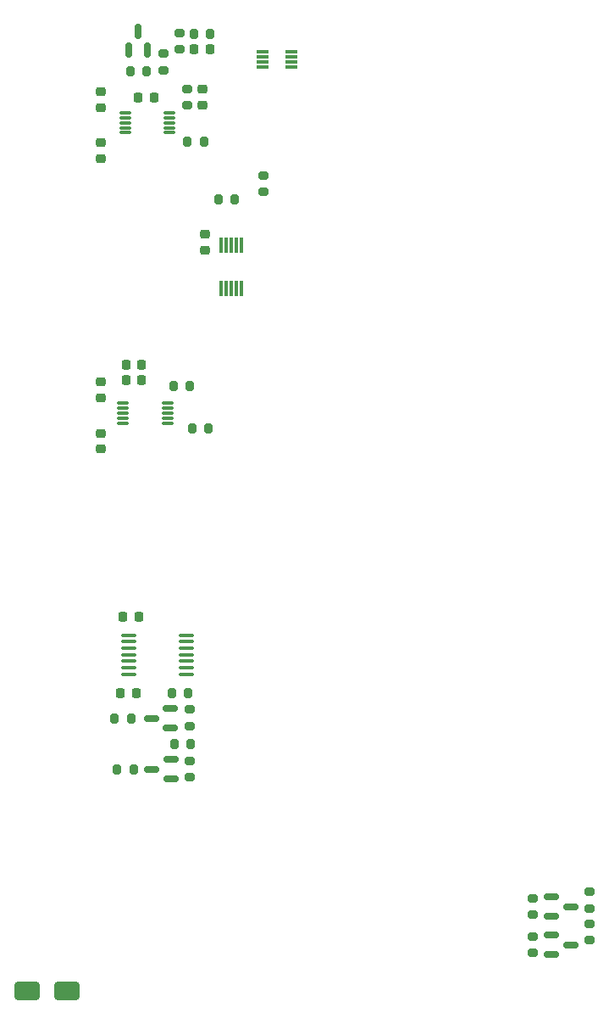
<source format=gbr>
%TF.GenerationSoftware,KiCad,Pcbnew,(7.0.0)*%
%TF.CreationDate,2024-01-24T13:48:02-03:00*%
%TF.ProjectId,Ducha,44756368-612e-46b6-9963-61645f706362,rev?*%
%TF.SameCoordinates,Original*%
%TF.FileFunction,Paste,Top*%
%TF.FilePolarity,Positive*%
%FSLAX46Y46*%
G04 Gerber Fmt 4.6, Leading zero omitted, Abs format (unit mm)*
G04 Created by KiCad (PCBNEW (7.0.0)) date 2024-01-24 13:48:02*
%MOMM*%
%LPD*%
G01*
G04 APERTURE LIST*
G04 Aperture macros list*
%AMRoundRect*
0 Rectangle with rounded corners*
0 $1 Rounding radius*
0 $2 $3 $4 $5 $6 $7 $8 $9 X,Y pos of 4 corners*
0 Add a 4 corners polygon primitive as box body*
4,1,4,$2,$3,$4,$5,$6,$7,$8,$9,$2,$3,0*
0 Add four circle primitives for the rounded corners*
1,1,$1+$1,$2,$3*
1,1,$1+$1,$4,$5*
1,1,$1+$1,$6,$7*
1,1,$1+$1,$8,$9*
0 Add four rect primitives between the rounded corners*
20,1,$1+$1,$2,$3,$4,$5,0*
20,1,$1+$1,$4,$5,$6,$7,0*
20,1,$1+$1,$6,$7,$8,$9,0*
20,1,$1+$1,$8,$9,$2,$3,0*%
G04 Aperture macros list end*
%ADD10RoundRect,0.200000X-0.275000X0.200000X-0.275000X-0.200000X0.275000X-0.200000X0.275000X0.200000X0*%
%ADD11RoundRect,0.225000X0.225000X0.250000X-0.225000X0.250000X-0.225000X-0.250000X0.225000X-0.250000X0*%
%ADD12RoundRect,0.225000X-0.225000X-0.250000X0.225000X-0.250000X0.225000X0.250000X-0.225000X0.250000X0*%
%ADD13RoundRect,0.150000X0.587500X0.150000X-0.587500X0.150000X-0.587500X-0.150000X0.587500X-0.150000X0*%
%ADD14RoundRect,0.200000X0.275000X-0.200000X0.275000X0.200000X-0.275000X0.200000X-0.275000X-0.200000X0*%
%ADD15RoundRect,0.100000X0.637500X0.100000X-0.637500X0.100000X-0.637500X-0.100000X0.637500X-0.100000X0*%
%ADD16RoundRect,0.200000X-0.200000X-0.275000X0.200000X-0.275000X0.200000X0.275000X-0.200000X0.275000X0*%
%ADD17RoundRect,0.225000X-0.250000X0.225000X-0.250000X-0.225000X0.250000X-0.225000X0.250000X0.225000X0*%
%ADD18RoundRect,0.150000X-0.587500X-0.150000X0.587500X-0.150000X0.587500X0.150000X-0.587500X0.150000X0*%
%ADD19RoundRect,0.225000X0.250000X-0.225000X0.250000X0.225000X-0.250000X0.225000X-0.250000X-0.225000X0*%
%ADD20RoundRect,0.200000X0.200000X0.275000X-0.200000X0.275000X-0.200000X-0.275000X0.200000X-0.275000X0*%
%ADD21RoundRect,0.150000X0.150000X-0.587500X0.150000X0.587500X-0.150000X0.587500X-0.150000X-0.587500X0*%
%ADD22RoundRect,0.008100X-0.551900X-0.126900X0.551900X-0.126900X0.551900X0.126900X-0.551900X0.126900X0*%
%ADD23RoundRect,0.011200X0.128800X-0.723800X0.128800X0.723800X-0.128800X0.723800X-0.128800X-0.723800X0*%
%ADD24O,1.350000X0.299999*%
%ADD25RoundRect,0.250000X1.000000X0.650000X-1.000000X0.650000X-1.000000X-0.650000X1.000000X-0.650000X0*%
G04 APERTURE END LIST*
D10*
%TO.C,R4*%
X76200000Y-126366000D03*
X76200000Y-128016000D03*
%TD*%
D11*
%TO.C,C7*%
X71400000Y-93472000D03*
X69850000Y-93472000D03*
%TD*%
D12*
%TO.C,C5*%
X69316000Y-124714000D03*
X70866000Y-124714000D03*
%TD*%
D13*
%TO.C,Q2*%
X74343500Y-133284000D03*
X74343500Y-131384000D03*
X72468500Y-132334000D03*
%TD*%
D14*
%TO.C,R15*%
X75946000Y-66103000D03*
X75946000Y-64453000D03*
%TD*%
D15*
%TO.C,U4*%
X75862100Y-122854000D03*
X75862100Y-122204000D03*
X75862100Y-121554000D03*
X75862100Y-120904000D03*
X75862100Y-120254000D03*
X75862100Y-119604000D03*
X75862100Y-118954000D03*
X70137100Y-118954000D03*
X70137100Y-119604000D03*
X70137100Y-120254000D03*
X70137100Y-120904000D03*
X70137100Y-121554000D03*
X70137100Y-122204000D03*
X70137100Y-122854000D03*
%TD*%
D16*
%TO.C,R14*%
X68962000Y-132334000D03*
X70612000Y-132334000D03*
%TD*%
D13*
%TO.C,Q1*%
X74265000Y-128204000D03*
X74265000Y-126304000D03*
X72390000Y-127254000D03*
%TD*%
D17*
%TO.C,C12*%
X77470000Y-64503000D03*
X77470000Y-66053000D03*
%TD*%
D18*
%TO.C,Q4*%
X112425000Y-145100000D03*
X112425000Y-147000000D03*
X114300000Y-146050000D03*
%TD*%
D17*
%TO.C,C2*%
X77724000Y-78968000D03*
X77724000Y-80518000D03*
%TD*%
D19*
%TO.C,C10*%
X67310000Y-66307000D03*
X67310000Y-64757000D03*
%TD*%
D20*
%TO.C,R16*%
X80771000Y-75438000D03*
X79121000Y-75438000D03*
%TD*%
D12*
%TO.C,C1*%
X76695000Y-60452000D03*
X78245000Y-60452000D03*
%TD*%
D20*
%TO.C,R11*%
X77660000Y-69723000D03*
X76010000Y-69723000D03*
%TD*%
D14*
%TO.C,R9*%
X75184000Y-60515000D03*
X75184000Y-58865000D03*
%TD*%
D16*
%TO.C,R3*%
X68708000Y-127254000D03*
X70358000Y-127254000D03*
%TD*%
D21*
%TO.C,Q5*%
X70109000Y-60579000D03*
X72009000Y-60579000D03*
X71059000Y-58704000D03*
%TD*%
D20*
%TO.C,R26*%
X76263000Y-94107000D03*
X74613000Y-94107000D03*
%TD*%
D14*
%TO.C,R2*%
X116205000Y-149415000D03*
X116205000Y-147765000D03*
%TD*%
%TO.C,R6*%
X110490000Y-146875000D03*
X110490000Y-145225000D03*
%TD*%
%TO.C,R17*%
X83566000Y-74739000D03*
X83566000Y-73089000D03*
%TD*%
D18*
%TO.C,Q3*%
X112425000Y-148910000D03*
X112425000Y-150810000D03*
X114300000Y-149860000D03*
%TD*%
D22*
%TO.C,U6*%
X83550000Y-60730000D03*
X83550000Y-61230000D03*
X83550000Y-61730000D03*
X83550000Y-62230000D03*
X86360000Y-62230000D03*
X86360000Y-61730000D03*
X86360000Y-61230000D03*
X86360000Y-60730000D03*
%TD*%
D10*
%TO.C,R13*%
X76200000Y-131509000D03*
X76200000Y-133159000D03*
%TD*%
D23*
%TO.C,U5*%
X79384000Y-84342000D03*
X79884000Y-84342000D03*
X80384000Y-84342000D03*
X80884000Y-84342000D03*
X81384000Y-84342000D03*
X81384000Y-80042000D03*
X80884000Y-80042000D03*
X80384000Y-80042000D03*
X79884000Y-80042000D03*
X79384000Y-80042000D03*
%TD*%
D14*
%TO.C,R1*%
X110490000Y-150685000D03*
X110490000Y-149035000D03*
%TD*%
D11*
%TO.C,C3*%
X71400000Y-91948000D03*
X69850000Y-91948000D03*
%TD*%
D14*
%TO.C,R7*%
X116205000Y-146240000D03*
X116205000Y-144590000D03*
%TD*%
%TO.C,R18*%
X73599000Y-62561500D03*
X73599000Y-60911500D03*
%TD*%
D17*
%TO.C,C11*%
X67310000Y-69837000D03*
X67310000Y-71387000D03*
%TD*%
D20*
%TO.C,R8*%
X78105000Y-98298000D03*
X76455000Y-98298000D03*
%TD*%
%TO.C,R12*%
X76326000Y-129794000D03*
X74676000Y-129794000D03*
%TD*%
D19*
%TO.C,C6*%
X67310000Y-95263000D03*
X67310000Y-93713000D03*
%TD*%
D24*
%TO.C,U3*%
X69784000Y-66817998D03*
X69784000Y-67317997D03*
X69784000Y-67817999D03*
X69784000Y-68317998D03*
X69784000Y-68818000D03*
X74234001Y-68818000D03*
X74234001Y-68317998D03*
X74234001Y-67817999D03*
X74234001Y-67317997D03*
X74234001Y-66817998D03*
%TD*%
D16*
%TO.C,R10*%
X76645000Y-58928000D03*
X78295000Y-58928000D03*
%TD*%
D17*
%TO.C,C4*%
X67310000Y-98806000D03*
X67310000Y-100356000D03*
%TD*%
D20*
%TO.C,R5*%
X76072000Y-124714000D03*
X74422000Y-124714000D03*
%TD*%
D25*
%TO.C,D1*%
X63976000Y-154432000D03*
X59976000Y-154432000D03*
%TD*%
D20*
%TO.C,R19*%
X71947000Y-62689500D03*
X70297000Y-62689500D03*
%TD*%
D24*
%TO.C,U2*%
X69590998Y-95781999D03*
X69590998Y-96281998D03*
X69590998Y-96782000D03*
X69590998Y-97281999D03*
X69590998Y-97782001D03*
X74040999Y-97782001D03*
X74040999Y-97281999D03*
X74040999Y-96782000D03*
X74040999Y-96281998D03*
X74040999Y-95781999D03*
%TD*%
D12*
%TO.C,C8*%
X69570000Y-117094000D03*
X71120000Y-117094000D03*
%TD*%
D11*
%TO.C,C13*%
X72657000Y-65278000D03*
X71107000Y-65278000D03*
%TD*%
M02*

</source>
